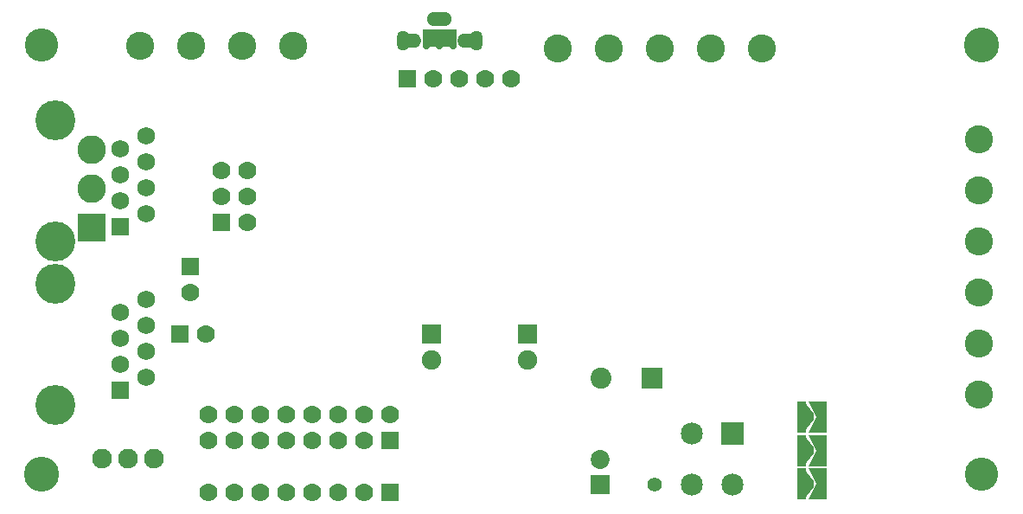
<source format=gbs>
G04 (created by PCBNEW (2013-07-07 BZR 4022)-stable) date 2/4/2017 6:27:51 AM*
%MOIN*%
G04 Gerber Fmt 3.4, Leading zero omitted, Abs format*
%FSLAX34Y34*%
G01*
G70*
G90*
G04 APERTURE LIST*
%ADD10C,0.00590551*%
%ADD11R,0.0277165X0.0690551*%
%ADD12O,0.0808661X0.0533071*%
%ADD13O,0.0966142X0.0533071*%
%ADD14R,0.07X0.07*%
%ADD15C,0.07*%
%ADD16R,0.0415X0.12*%
%ADD17R,0.035X0.123*%
%ADD18C,0.1537*%
%ADD19R,0.0691X0.0691*%
%ADD20C,0.0691*%
%ADD21C,0.1281*%
%ADD22C,0.135*%
%ADD23R,0.0729921X0.0729921*%
%ADD24C,0.0729921*%
%ADD25C,0.108425*%
%ADD26R,0.0808661X0.0808661*%
%ADD27C,0.0808661*%
%ADD28C,0.055*%
%ADD29C,0.076*%
%ADD30R,0.11X0.11*%
%ADD31C,0.11*%
%ADD32C,0.085*%
%ADD33R,0.085X0.085*%
%ADD34O,0.0493701X0.0769291*%
%ADD35C,0.0277165*%
%ADD36R,0.0749606X0.0749606*%
%ADD37C,0.0749606*%
G04 APERTURE END LIST*
G54D10*
G54D11*
X47888Y-21001D03*
X48144Y-21001D03*
X48400Y-21001D03*
X48656Y-21001D03*
X48912Y-21001D03*
G54D12*
X47297Y-21100D03*
X49502Y-21100D03*
G54D13*
X48400Y-20253D03*
G54D14*
X47150Y-22550D03*
G54D15*
X48150Y-22550D03*
X49150Y-22550D03*
X50150Y-22550D03*
X51150Y-22550D03*
G54D10*
G36*
X62422Y-36195D02*
X62422Y-34965D01*
X62837Y-35465D01*
X62837Y-35695D01*
X62422Y-36195D01*
X62422Y-36195D01*
G37*
G54D16*
X63130Y-35580D03*
G54D17*
X62350Y-35580D03*
G54D10*
G36*
X62922Y-35580D02*
X62622Y-34980D01*
X63337Y-34980D01*
X63037Y-35580D01*
X62922Y-35580D01*
X62922Y-35580D01*
G37*
G36*
X63037Y-35580D02*
X63337Y-36180D01*
X62622Y-36180D01*
X62922Y-35580D01*
X63037Y-35580D01*
X63037Y-35580D01*
G37*
G54D18*
X33600Y-24162D03*
X33600Y-28835D03*
G54D19*
X36100Y-28250D03*
G54D20*
X37100Y-27750D03*
X36100Y-27250D03*
X37100Y-26750D03*
X36100Y-26250D03*
X37100Y-25750D03*
X36100Y-25250D03*
X37100Y-24750D03*
G54D18*
X33600Y-30462D03*
X33600Y-35135D03*
G54D19*
X36100Y-34550D03*
G54D20*
X37100Y-34050D03*
X36100Y-33550D03*
X37100Y-33050D03*
X36100Y-32550D03*
X37100Y-32050D03*
X36100Y-31550D03*
X37100Y-31050D03*
G54D21*
X69291Y-37795D03*
G54D14*
X40000Y-28100D03*
G54D15*
X41000Y-28100D03*
X40000Y-27100D03*
X41000Y-27100D03*
X40000Y-26100D03*
X41000Y-26100D03*
G54D22*
X69291Y-21259D03*
X33070Y-37795D03*
G54D23*
X54600Y-38192D03*
G54D24*
X54600Y-37207D03*
G54D21*
X33070Y-21259D03*
G54D25*
X69200Y-34721D03*
X69200Y-32752D03*
X69200Y-30784D03*
X69200Y-28815D03*
X69200Y-24878D03*
X69200Y-26847D03*
G54D26*
X56584Y-34100D03*
G54D27*
X54615Y-34100D03*
G54D28*
X56700Y-38200D03*
G54D15*
X39500Y-36500D03*
X40500Y-36500D03*
X41500Y-36500D03*
X42500Y-36500D03*
X43500Y-36500D03*
X44500Y-36500D03*
X45500Y-36500D03*
G54D14*
X46500Y-36500D03*
X46500Y-38500D03*
G54D15*
X45500Y-38500D03*
X44500Y-38500D03*
X43500Y-38500D03*
X42500Y-38500D03*
X41500Y-38500D03*
X40500Y-38500D03*
X39500Y-38500D03*
X39500Y-35500D03*
X40500Y-35500D03*
X41500Y-35500D03*
X42500Y-35500D03*
X43500Y-35500D03*
X44500Y-35500D03*
X45500Y-35500D03*
X46500Y-35500D03*
G54D14*
X38400Y-32400D03*
G54D15*
X39400Y-32400D03*
G54D29*
X37400Y-37200D03*
X36400Y-37200D03*
X35400Y-37200D03*
G54D10*
G36*
X62422Y-38775D02*
X62422Y-37545D01*
X62837Y-38045D01*
X62837Y-38275D01*
X62422Y-38775D01*
X62422Y-38775D01*
G37*
G54D16*
X63130Y-38160D03*
G54D17*
X62350Y-38160D03*
G54D10*
G36*
X62922Y-38160D02*
X62622Y-37560D01*
X63337Y-37560D01*
X63037Y-38160D01*
X62922Y-38160D01*
X62922Y-38160D01*
G37*
G36*
X63037Y-38160D02*
X63337Y-38760D01*
X62622Y-38760D01*
X62922Y-38160D01*
X63037Y-38160D01*
X63037Y-38160D01*
G37*
G36*
X62422Y-37495D02*
X62422Y-36265D01*
X62837Y-36765D01*
X62837Y-36995D01*
X62422Y-37495D01*
X62422Y-37495D01*
G37*
G54D16*
X63130Y-36880D03*
G54D17*
X62350Y-36880D03*
G54D10*
G36*
X62922Y-36880D02*
X62622Y-36280D01*
X63337Y-36280D01*
X63037Y-36880D01*
X62922Y-36880D01*
X62922Y-36880D01*
G37*
G36*
X63037Y-36880D02*
X63337Y-37480D01*
X62622Y-37480D01*
X62922Y-36880D01*
X63037Y-36880D01*
X63037Y-36880D01*
G37*
G54D25*
X42752Y-21300D03*
X40784Y-21300D03*
X36847Y-21300D03*
X38815Y-21300D03*
G54D30*
X35000Y-28300D03*
G54D31*
X35000Y-26800D03*
X35000Y-25300D03*
G54D25*
X60837Y-21400D03*
X58868Y-21400D03*
X56900Y-21400D03*
X52962Y-21400D03*
X54931Y-21400D03*
G54D14*
X38800Y-29800D03*
G54D15*
X38800Y-30800D03*
G54D32*
X58113Y-38184D03*
X59687Y-38184D03*
G54D33*
X59687Y-36216D03*
G54D32*
X58113Y-36216D03*
G54D34*
X46992Y-21100D03*
X49807Y-21100D03*
G54D35*
X48144Y-20792D03*
X48400Y-21296D03*
X48655Y-20792D03*
X48911Y-21296D03*
X47888Y-21296D03*
G54D36*
X51800Y-32400D03*
G54D37*
X51800Y-33400D03*
G54D36*
X48100Y-32400D03*
G54D37*
X48100Y-33400D03*
M02*

</source>
